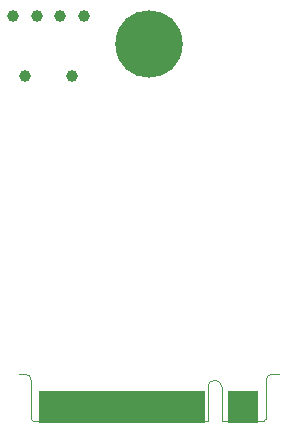
<source format=gbr>
%TF.GenerationSoftware,KiCad,Pcbnew,7.0.1*%
%TF.CreationDate,2023-06-21T13:58:23+02:00*%
%TF.ProjectId,rtl872xd-dev-board,72746c38-3732-4786-942d-6465762d626f,0.1.0*%
%TF.SameCoordinates,Original*%
%TF.FileFunction,Soldermask,Bot*%
%TF.FilePolarity,Negative*%
%FSLAX46Y46*%
G04 Gerber Fmt 4.6, Leading zero omitted, Abs format (unit mm)*
G04 Created by KiCad (PCBNEW 7.0.1) date 2023-06-21 13:58:23*
%MOMM*%
%LPD*%
G01*
G04 APERTURE LIST*
G04 Aperture macros list*
%AMRoundRect*
0 Rectangle with rounded corners*
0 $1 Rounding radius*
0 $2 $3 $4 $5 $6 $7 $8 $9 X,Y pos of 4 corners*
0 Add a 4 corners polygon primitive as box body*
4,1,4,$2,$3,$4,$5,$6,$7,$8,$9,$2,$3,0*
0 Add four circle primitives for the rounded corners*
1,1,$1+$1,$2,$3*
1,1,$1+$1,$4,$5*
1,1,$1+$1,$6,$7*
1,1,$1+$1,$8,$9*
0 Add four rect primitives between the rounded corners*
20,1,$1+$1,$2,$3,$4,$5,0*
20,1,$1+$1,$4,$5,$6,$7,0*
20,1,$1+$1,$6,$7,$8,$9,0*
20,1,$1+$1,$8,$9,$2,$3,0*%
G04 Aperture macros list end*
%TA.AperFunction,Profile*%
%ADD10C,0.050000*%
%TD*%
%ADD11RoundRect,0.101600X-0.175000X-1.250000X0.175000X-1.250000X0.175000X1.250000X-0.175000X1.250000X0*%
%ADD12C,5.703200*%
%ADD13C,0.990600*%
G04 APERTURE END LIST*
D10*
%TO.C,J2*%
X116000000Y-141250000D02*
X116550000Y-141250000D01*
X117050000Y-141750000D02*
X117050000Y-145050000D01*
X117250000Y-145250000D02*
X132000000Y-145250000D01*
X132000000Y-142350000D02*
X132000000Y-145250000D01*
X133200000Y-142350000D02*
X133200000Y-145250000D01*
X133200000Y-145250000D02*
X136750000Y-145250000D01*
X136950000Y-145050000D02*
X136950000Y-141750000D01*
X138000000Y-141250000D02*
X137450000Y-141250000D01*
X117050000Y-141750000D02*
G75*
G03*
X116550000Y-141250000I-500001J-1D01*
G01*
X117050000Y-145050000D02*
G75*
G03*
X117250000Y-145250000I200001J1D01*
G01*
X132600000Y-141750000D02*
G75*
G03*
X132000000Y-142350000I0J-600000D01*
G01*
X133200000Y-142350000D02*
G75*
G03*
X132600000Y-141750000I-600000J0D01*
G01*
X137450000Y-141250000D02*
G75*
G03*
X136950000Y-141750000I0J-500000D01*
G01*
X136750000Y-145250000D02*
G75*
G03*
X136950000Y-145050000I0J200000D01*
G01*
%TD*%
D11*
%TO.C,J2*%
X136000000Y-144000000D03*
X135500000Y-144000000D03*
X135000000Y-144000000D03*
X134500000Y-144000000D03*
X134000000Y-144000000D03*
X131500000Y-144000000D03*
X131000000Y-144000000D03*
X130500000Y-144000000D03*
X130000000Y-144000000D03*
X129500000Y-144000000D03*
X129000000Y-144000000D03*
X128500000Y-144000000D03*
X128000000Y-144000000D03*
X127500000Y-144000000D03*
X127000000Y-144000000D03*
X126500000Y-144000000D03*
X126000000Y-144000000D03*
X125500000Y-144000000D03*
X125000000Y-144000000D03*
X124500000Y-144000000D03*
X124000000Y-144000000D03*
X123500000Y-144000000D03*
X123000000Y-144000000D03*
X122500000Y-144000000D03*
X122000000Y-144000000D03*
X121500000Y-144000000D03*
X121000000Y-144000000D03*
X120500000Y-144000000D03*
X120000000Y-144000000D03*
X119500000Y-144000000D03*
X119000000Y-144000000D03*
X118500000Y-144000000D03*
X118000000Y-144000000D03*
D12*
X127000000Y-113250000D03*
%TD*%
D13*
%TO.C,J4*%
X116500000Y-116040000D03*
X115484000Y-110960000D03*
X117516000Y-110960000D03*
%TD*%
%TO.C,J3*%
X120500000Y-116040000D03*
X119484000Y-110960000D03*
X121516000Y-110960000D03*
%TD*%
M02*

</source>
